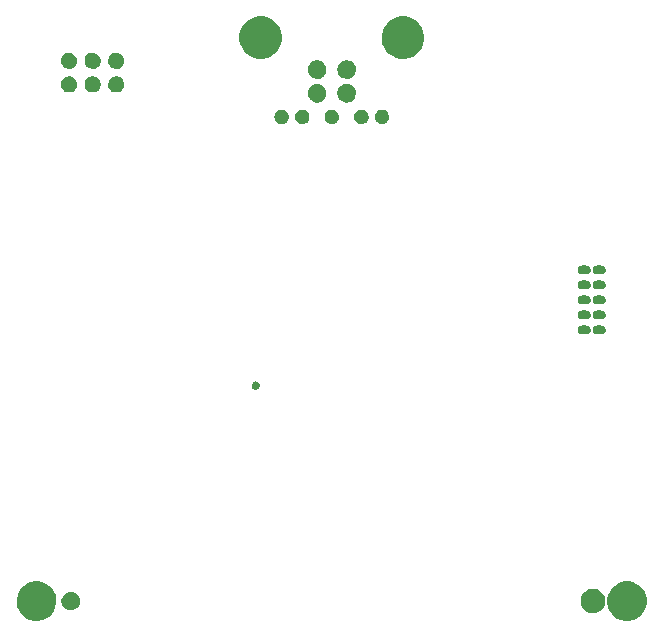
<source format=gbs>
G04 (created by PCBNEW (2013-07-07 BZR 4022)-stable) date 10/24/2013 12:22:47 AM*
%MOIN*%
G04 Gerber Fmt 3.4, Leading zero omitted, Abs format*
%FSLAX34Y34*%
G01*
G70*
G90*
G04 APERTURE LIST*
%ADD10C,0.00590551*%
G04 APERTURE END LIST*
G54D10*
G36*
X13652Y-31630D02*
X13650Y-31773D01*
X13620Y-31904D01*
X13570Y-32018D01*
X13492Y-32128D01*
X13402Y-32214D01*
X13289Y-32286D01*
X13172Y-32331D01*
X13040Y-32354D01*
X12915Y-32351D01*
X12784Y-32323D01*
X12670Y-32273D01*
X12560Y-32196D01*
X12473Y-32106D01*
X12400Y-31993D01*
X12355Y-31878D01*
X12330Y-31745D01*
X12332Y-31621D01*
X12360Y-31489D01*
X12409Y-31375D01*
X12485Y-31264D01*
X12574Y-31177D01*
X12687Y-31103D01*
X12802Y-31057D01*
X12934Y-31031D01*
X13058Y-31032D01*
X13190Y-31059D01*
X13305Y-31107D01*
X13417Y-31183D01*
X13504Y-31271D01*
X13579Y-31383D01*
X13626Y-31498D01*
X13652Y-31630D01*
X13652Y-31630D01*
G37*
G36*
X14345Y-13656D02*
X14344Y-13713D01*
X14331Y-13768D01*
X14311Y-13813D01*
X14278Y-13860D01*
X14243Y-13893D01*
X14195Y-13924D01*
X14150Y-13942D01*
X14093Y-13952D01*
X14044Y-13951D01*
X13988Y-13938D01*
X13944Y-13919D01*
X13896Y-13886D01*
X13863Y-13851D01*
X13832Y-13803D01*
X13814Y-13758D01*
X13803Y-13701D01*
X13804Y-13653D01*
X13816Y-13596D01*
X13835Y-13552D01*
X13868Y-13504D01*
X13902Y-13471D01*
X13951Y-13439D01*
X13995Y-13421D01*
X14052Y-13410D01*
X14100Y-13410D01*
X14157Y-13422D01*
X14201Y-13440D01*
X14250Y-13473D01*
X14283Y-13507D01*
X14315Y-13556D01*
X14333Y-13599D01*
X14345Y-13656D01*
X14345Y-13656D01*
G37*
G36*
X14345Y-14444D02*
X14344Y-14500D01*
X14331Y-14556D01*
X14311Y-14600D01*
X14278Y-14647D01*
X14243Y-14681D01*
X14195Y-14711D01*
X14150Y-14729D01*
X14093Y-14739D01*
X14044Y-14738D01*
X13988Y-14726D01*
X13944Y-14706D01*
X13896Y-14673D01*
X13863Y-14639D01*
X13832Y-14590D01*
X13814Y-14545D01*
X13803Y-14488D01*
X13804Y-14440D01*
X13816Y-14383D01*
X13835Y-14339D01*
X13868Y-14291D01*
X13902Y-14258D01*
X13951Y-14226D01*
X13995Y-14208D01*
X14052Y-14197D01*
X14100Y-14198D01*
X14157Y-14209D01*
X14201Y-14228D01*
X14250Y-14261D01*
X14283Y-14294D01*
X14315Y-14343D01*
X14333Y-14387D01*
X14345Y-14444D01*
X14345Y-14444D01*
G37*
G36*
X14444Y-31664D02*
X14443Y-31729D01*
X14428Y-31793D01*
X14405Y-31844D01*
X14368Y-31898D01*
X14327Y-31937D01*
X14272Y-31972D01*
X14219Y-31992D01*
X14155Y-32003D01*
X14099Y-32002D01*
X14035Y-31988D01*
X13983Y-31966D01*
X13929Y-31928D01*
X13891Y-31888D01*
X13855Y-31833D01*
X13834Y-31781D01*
X13822Y-31716D01*
X13823Y-31660D01*
X13837Y-31596D01*
X13859Y-31544D01*
X13896Y-31490D01*
X13936Y-31451D01*
X13991Y-31415D01*
X14043Y-31394D01*
X14108Y-31382D01*
X14163Y-31382D01*
X14228Y-31395D01*
X14279Y-31417D01*
X14334Y-31454D01*
X14373Y-31493D01*
X14410Y-31549D01*
X14431Y-31600D01*
X14444Y-31664D01*
X14444Y-31664D01*
G37*
G36*
X15132Y-13656D02*
X15131Y-13713D01*
X15119Y-13768D01*
X15099Y-13813D01*
X15066Y-13860D01*
X15031Y-13893D01*
X14982Y-13924D01*
X14937Y-13942D01*
X14880Y-13952D01*
X14832Y-13951D01*
X14776Y-13938D01*
X14731Y-13919D01*
X14684Y-13886D01*
X14650Y-13851D01*
X14619Y-13803D01*
X14601Y-13758D01*
X14591Y-13701D01*
X14592Y-13653D01*
X14604Y-13596D01*
X14622Y-13552D01*
X14655Y-13504D01*
X14689Y-13471D01*
X14738Y-13439D01*
X14782Y-13421D01*
X14840Y-13410D01*
X14887Y-13410D01*
X14945Y-13422D01*
X14988Y-13440D01*
X15037Y-13473D01*
X15070Y-13507D01*
X15103Y-13556D01*
X15121Y-13599D01*
X15132Y-13656D01*
X15132Y-13656D01*
G37*
G36*
X15132Y-14444D02*
X15131Y-14500D01*
X15119Y-14556D01*
X15099Y-14600D01*
X15066Y-14647D01*
X15031Y-14681D01*
X14982Y-14711D01*
X14937Y-14729D01*
X14880Y-14739D01*
X14832Y-14738D01*
X14776Y-14726D01*
X14731Y-14706D01*
X14684Y-14673D01*
X14650Y-14639D01*
X14619Y-14590D01*
X14601Y-14545D01*
X14591Y-14488D01*
X14592Y-14440D01*
X14604Y-14383D01*
X14622Y-14339D01*
X14655Y-14291D01*
X14689Y-14258D01*
X14738Y-14226D01*
X14782Y-14208D01*
X14840Y-14197D01*
X14887Y-14198D01*
X14945Y-14209D01*
X14988Y-14228D01*
X15037Y-14261D01*
X15070Y-14294D01*
X15103Y-14343D01*
X15121Y-14387D01*
X15132Y-14444D01*
X15132Y-14444D01*
G37*
G36*
X15920Y-13656D02*
X15919Y-13713D01*
X15906Y-13768D01*
X15886Y-13813D01*
X15853Y-13860D01*
X15818Y-13893D01*
X15770Y-13924D01*
X15724Y-13942D01*
X15668Y-13952D01*
X15619Y-13951D01*
X15563Y-13938D01*
X15519Y-13919D01*
X15471Y-13886D01*
X15438Y-13851D01*
X15406Y-13803D01*
X15389Y-13758D01*
X15378Y-13701D01*
X15379Y-13653D01*
X15391Y-13596D01*
X15410Y-13552D01*
X15443Y-13504D01*
X15477Y-13471D01*
X15526Y-13439D01*
X15570Y-13421D01*
X15627Y-13410D01*
X15675Y-13410D01*
X15732Y-13422D01*
X15776Y-13440D01*
X15824Y-13473D01*
X15858Y-13507D01*
X15890Y-13556D01*
X15908Y-13599D01*
X15920Y-13656D01*
X15920Y-13656D01*
G37*
G36*
X15920Y-14444D02*
X15919Y-14500D01*
X15906Y-14556D01*
X15886Y-14600D01*
X15853Y-14647D01*
X15818Y-14681D01*
X15770Y-14711D01*
X15724Y-14729D01*
X15668Y-14739D01*
X15619Y-14738D01*
X15563Y-14726D01*
X15519Y-14706D01*
X15471Y-14673D01*
X15438Y-14639D01*
X15406Y-14590D01*
X15389Y-14545D01*
X15378Y-14488D01*
X15379Y-14440D01*
X15391Y-14383D01*
X15410Y-14339D01*
X15443Y-14291D01*
X15477Y-14258D01*
X15526Y-14226D01*
X15570Y-14208D01*
X15627Y-14197D01*
X15675Y-14198D01*
X15732Y-14209D01*
X15776Y-14228D01*
X15824Y-14261D01*
X15858Y-14294D01*
X15890Y-14343D01*
X15908Y-14387D01*
X15920Y-14444D01*
X15920Y-14444D01*
G37*
G36*
X20430Y-24496D02*
X20430Y-24522D01*
X20423Y-24552D01*
X20414Y-24573D01*
X20396Y-24598D01*
X20380Y-24613D01*
X20354Y-24630D01*
X20334Y-24638D01*
X20303Y-24643D01*
X20281Y-24643D01*
X20251Y-24636D01*
X20231Y-24627D01*
X20205Y-24609D01*
X20190Y-24594D01*
X20173Y-24567D01*
X20165Y-24547D01*
X20159Y-24516D01*
X20159Y-24495D01*
X20166Y-24464D01*
X20174Y-24444D01*
X20192Y-24418D01*
X20208Y-24403D01*
X20234Y-24386D01*
X20254Y-24378D01*
X20285Y-24372D01*
X20306Y-24372D01*
X20338Y-24378D01*
X20357Y-24386D01*
X20384Y-24404D01*
X20398Y-24419D01*
X20416Y-24446D01*
X20424Y-24465D01*
X20430Y-24496D01*
X20430Y-24496D01*
G37*
G36*
X21175Y-12841D02*
X21172Y-12996D01*
X21141Y-13136D01*
X21086Y-13260D01*
X21003Y-13377D01*
X20905Y-13470D01*
X20784Y-13547D01*
X20658Y-13596D01*
X20517Y-13621D01*
X20382Y-13618D01*
X20241Y-13587D01*
X20118Y-13533D01*
X20000Y-13451D01*
X19906Y-13354D01*
X19828Y-13233D01*
X19779Y-13108D01*
X19753Y-12966D01*
X19755Y-12832D01*
X19785Y-12691D01*
X19837Y-12567D01*
X19919Y-12448D01*
X20015Y-12354D01*
X20136Y-12275D01*
X20260Y-12225D01*
X20402Y-12198D01*
X20536Y-12199D01*
X20678Y-12228D01*
X20801Y-12280D01*
X20921Y-12361D01*
X21015Y-12456D01*
X21096Y-12576D01*
X21146Y-12700D01*
X21175Y-12841D01*
X21175Y-12841D01*
G37*
G36*
X21401Y-15529D02*
X21401Y-15579D01*
X21389Y-15629D01*
X21372Y-15668D01*
X21342Y-15710D01*
X21311Y-15740D01*
X21268Y-15767D01*
X21228Y-15783D01*
X21177Y-15792D01*
X21135Y-15791D01*
X21084Y-15780D01*
X21045Y-15763D01*
X21003Y-15733D01*
X20973Y-15703D01*
X20945Y-15659D01*
X20930Y-15620D01*
X20920Y-15568D01*
X20921Y-15526D01*
X20932Y-15475D01*
X20948Y-15437D01*
X20978Y-15393D01*
X21008Y-15364D01*
X21051Y-15335D01*
X21090Y-15320D01*
X21142Y-15310D01*
X21183Y-15310D01*
X21235Y-15321D01*
X21273Y-15337D01*
X21317Y-15366D01*
X21346Y-15396D01*
X21375Y-15440D01*
X21391Y-15478D01*
X21401Y-15529D01*
X21401Y-15529D01*
G37*
G36*
X22090Y-15529D02*
X22090Y-15579D01*
X22078Y-15629D01*
X22061Y-15668D01*
X22031Y-15710D01*
X22000Y-15740D01*
X21957Y-15767D01*
X21917Y-15783D01*
X21866Y-15792D01*
X21824Y-15791D01*
X21773Y-15780D01*
X21734Y-15763D01*
X21692Y-15733D01*
X21662Y-15703D01*
X21634Y-15659D01*
X21619Y-15620D01*
X21609Y-15568D01*
X21610Y-15526D01*
X21621Y-15475D01*
X21637Y-15437D01*
X21667Y-15393D01*
X21697Y-15364D01*
X21740Y-15335D01*
X21779Y-15320D01*
X21831Y-15310D01*
X21872Y-15310D01*
X21924Y-15321D01*
X21962Y-15337D01*
X22006Y-15366D01*
X22035Y-15396D01*
X22064Y-15440D01*
X22080Y-15478D01*
X22090Y-15529D01*
X22090Y-15529D01*
G37*
G36*
X22652Y-13948D02*
X22652Y-14013D01*
X22637Y-14076D01*
X22614Y-14128D01*
X22577Y-14181D01*
X22536Y-14220D01*
X22481Y-14255D01*
X22428Y-14276D01*
X22364Y-14287D01*
X22307Y-14286D01*
X22243Y-14272D01*
X22192Y-14249D01*
X22138Y-14212D01*
X22099Y-14171D01*
X22064Y-14116D01*
X22043Y-14064D01*
X22031Y-13999D01*
X22032Y-13944D01*
X22046Y-13879D01*
X22068Y-13828D01*
X22105Y-13773D01*
X22145Y-13735D01*
X22200Y-13698D01*
X22251Y-13678D01*
X22316Y-13665D01*
X22372Y-13666D01*
X22437Y-13679D01*
X22488Y-13700D01*
X22543Y-13737D01*
X22582Y-13777D01*
X22619Y-13832D01*
X22640Y-13883D01*
X22652Y-13948D01*
X22652Y-13948D01*
G37*
G36*
X22652Y-14735D02*
X22652Y-14800D01*
X22637Y-14864D01*
X22614Y-14915D01*
X22577Y-14969D01*
X22536Y-15008D01*
X22481Y-15043D01*
X22428Y-15063D01*
X22364Y-15074D01*
X22307Y-15073D01*
X22243Y-15059D01*
X22192Y-15037D01*
X22138Y-14999D01*
X22099Y-14959D01*
X22064Y-14904D01*
X22043Y-14852D01*
X22031Y-14787D01*
X22032Y-14731D01*
X22046Y-14667D01*
X22068Y-14615D01*
X22105Y-14561D01*
X22145Y-14522D01*
X22200Y-14486D01*
X22251Y-14465D01*
X22316Y-14453D01*
X22372Y-14453D01*
X22437Y-14466D01*
X22488Y-14488D01*
X22543Y-14525D01*
X22582Y-14564D01*
X22619Y-14619D01*
X22640Y-14670D01*
X22652Y-14735D01*
X22652Y-14735D01*
G37*
G36*
X23075Y-15529D02*
X23074Y-15579D01*
X23063Y-15629D01*
X23045Y-15668D01*
X23015Y-15710D01*
X22985Y-15740D01*
X22941Y-15767D01*
X22901Y-15783D01*
X22850Y-15792D01*
X22808Y-15791D01*
X22757Y-15780D01*
X22718Y-15763D01*
X22676Y-15733D01*
X22646Y-15703D01*
X22618Y-15659D01*
X22603Y-15620D01*
X22593Y-15568D01*
X22594Y-15526D01*
X22605Y-15475D01*
X22621Y-15437D01*
X22651Y-15393D01*
X22681Y-15364D01*
X22725Y-15335D01*
X22763Y-15320D01*
X22815Y-15310D01*
X22857Y-15310D01*
X22908Y-15321D01*
X22947Y-15337D01*
X22990Y-15366D01*
X23019Y-15396D01*
X23049Y-15440D01*
X23064Y-15478D01*
X23075Y-15529D01*
X23075Y-15529D01*
G37*
G36*
X23637Y-13948D02*
X23636Y-14013D01*
X23621Y-14076D01*
X23598Y-14128D01*
X23561Y-14181D01*
X23520Y-14220D01*
X23465Y-14255D01*
X23412Y-14276D01*
X23348Y-14287D01*
X23292Y-14286D01*
X23228Y-14272D01*
X23176Y-14249D01*
X23122Y-14212D01*
X23083Y-14171D01*
X23048Y-14116D01*
X23027Y-14064D01*
X23015Y-13999D01*
X23016Y-13944D01*
X23030Y-13879D01*
X23052Y-13828D01*
X23089Y-13773D01*
X23129Y-13735D01*
X23184Y-13698D01*
X23236Y-13678D01*
X23301Y-13665D01*
X23356Y-13666D01*
X23421Y-13679D01*
X23472Y-13700D01*
X23527Y-13737D01*
X23566Y-13777D01*
X23603Y-13832D01*
X23624Y-13883D01*
X23637Y-13948D01*
X23637Y-13948D01*
G37*
G36*
X23637Y-14735D02*
X23636Y-14800D01*
X23621Y-14864D01*
X23598Y-14915D01*
X23561Y-14969D01*
X23520Y-15008D01*
X23465Y-15043D01*
X23412Y-15063D01*
X23348Y-15074D01*
X23292Y-15073D01*
X23228Y-15059D01*
X23176Y-15037D01*
X23122Y-14999D01*
X23083Y-14959D01*
X23048Y-14904D01*
X23027Y-14852D01*
X23015Y-14787D01*
X23016Y-14731D01*
X23030Y-14667D01*
X23052Y-14615D01*
X23089Y-14561D01*
X23129Y-14522D01*
X23184Y-14486D01*
X23236Y-14465D01*
X23301Y-14453D01*
X23356Y-14453D01*
X23421Y-14466D01*
X23472Y-14488D01*
X23527Y-14525D01*
X23566Y-14564D01*
X23603Y-14619D01*
X23624Y-14670D01*
X23637Y-14735D01*
X23637Y-14735D01*
G37*
G36*
X24059Y-15529D02*
X24058Y-15579D01*
X24047Y-15629D01*
X24029Y-15668D01*
X24000Y-15710D01*
X23969Y-15740D01*
X23925Y-15767D01*
X23886Y-15783D01*
X23835Y-15792D01*
X23792Y-15791D01*
X23742Y-15780D01*
X23703Y-15763D01*
X23660Y-15733D01*
X23631Y-15703D01*
X23603Y-15659D01*
X23587Y-15620D01*
X23578Y-15568D01*
X23578Y-15526D01*
X23589Y-15475D01*
X23606Y-15437D01*
X23635Y-15393D01*
X23665Y-15364D01*
X23709Y-15335D01*
X23748Y-15320D01*
X23799Y-15310D01*
X23841Y-15310D01*
X23892Y-15321D01*
X23931Y-15337D01*
X23974Y-15366D01*
X24004Y-15396D01*
X24033Y-15440D01*
X24049Y-15478D01*
X24059Y-15529D01*
X24059Y-15529D01*
G37*
G36*
X24748Y-15529D02*
X24747Y-15579D01*
X24736Y-15629D01*
X24718Y-15668D01*
X24689Y-15710D01*
X24658Y-15740D01*
X24614Y-15767D01*
X24574Y-15783D01*
X24524Y-15792D01*
X24481Y-15791D01*
X24431Y-15780D01*
X24392Y-15763D01*
X24349Y-15733D01*
X24320Y-15703D01*
X24292Y-15659D01*
X24276Y-15620D01*
X24267Y-15568D01*
X24267Y-15526D01*
X24278Y-15475D01*
X24295Y-15437D01*
X24324Y-15393D01*
X24354Y-15364D01*
X24398Y-15335D01*
X24437Y-15320D01*
X24488Y-15310D01*
X24530Y-15310D01*
X24581Y-15321D01*
X24620Y-15337D01*
X24663Y-15366D01*
X24693Y-15396D01*
X24722Y-15440D01*
X24738Y-15478D01*
X24748Y-15529D01*
X24748Y-15529D01*
G37*
G36*
X25915Y-12841D02*
X25913Y-12996D01*
X25881Y-13136D01*
X25826Y-13260D01*
X25743Y-13377D01*
X25645Y-13470D01*
X25524Y-13547D01*
X25398Y-13596D01*
X25257Y-13621D01*
X25122Y-13618D01*
X24981Y-13587D01*
X24858Y-13533D01*
X24740Y-13451D01*
X24646Y-13354D01*
X24568Y-13233D01*
X24519Y-13108D01*
X24493Y-12966D01*
X24495Y-12832D01*
X24525Y-12691D01*
X24578Y-12567D01*
X24659Y-12448D01*
X24755Y-12354D01*
X24876Y-12275D01*
X25000Y-12225D01*
X25142Y-12198D01*
X25276Y-12199D01*
X25418Y-12228D01*
X25541Y-12280D01*
X25661Y-12361D01*
X25756Y-12456D01*
X25836Y-12576D01*
X25887Y-12700D01*
X25915Y-12841D01*
X25915Y-12841D01*
G37*
G36*
X31469Y-20653D02*
X31466Y-20660D01*
X31464Y-20683D01*
X31455Y-20710D01*
X31441Y-20736D01*
X31423Y-20758D01*
X31401Y-20776D01*
X31376Y-20789D01*
X31348Y-20798D01*
X31313Y-20801D01*
X31178Y-20801D01*
X31175Y-20801D01*
X31170Y-20801D01*
X31170Y-20801D01*
X31141Y-20797D01*
X31141Y-20797D01*
X31141Y-20797D01*
X31114Y-20789D01*
X31088Y-20775D01*
X31067Y-20756D01*
X31048Y-20734D01*
X31035Y-20709D01*
X31027Y-20680D01*
X31024Y-20652D01*
X31027Y-20623D01*
X31036Y-20596D01*
X31050Y-20570D01*
X31068Y-20548D01*
X31090Y-20530D01*
X31116Y-20517D01*
X31143Y-20508D01*
X31178Y-20505D01*
X31313Y-20505D01*
X31316Y-20505D01*
X31321Y-20506D01*
X31321Y-20506D01*
X31350Y-20509D01*
X31350Y-20509D01*
X31350Y-20509D01*
X31377Y-20517D01*
X31403Y-20532D01*
X31424Y-20550D01*
X31443Y-20573D01*
X31456Y-20598D01*
X31464Y-20626D01*
X31466Y-20647D01*
X31469Y-20653D01*
X31469Y-20653D01*
G37*
G36*
X31469Y-21153D02*
X31466Y-21160D01*
X31464Y-21183D01*
X31455Y-21210D01*
X31441Y-21236D01*
X31423Y-21258D01*
X31401Y-21276D01*
X31376Y-21289D01*
X31348Y-21298D01*
X31313Y-21301D01*
X31178Y-21301D01*
X31175Y-21301D01*
X31170Y-21301D01*
X31170Y-21301D01*
X31141Y-21297D01*
X31141Y-21297D01*
X31141Y-21297D01*
X31114Y-21289D01*
X31088Y-21275D01*
X31067Y-21256D01*
X31048Y-21234D01*
X31035Y-21209D01*
X31027Y-21180D01*
X31024Y-21152D01*
X31027Y-21123D01*
X31036Y-21096D01*
X31050Y-21070D01*
X31068Y-21048D01*
X31090Y-21030D01*
X31116Y-21017D01*
X31143Y-21008D01*
X31178Y-21005D01*
X31313Y-21005D01*
X31316Y-21005D01*
X31321Y-21006D01*
X31321Y-21006D01*
X31350Y-21009D01*
X31350Y-21009D01*
X31350Y-21009D01*
X31377Y-21017D01*
X31403Y-21032D01*
X31424Y-21050D01*
X31443Y-21073D01*
X31456Y-21098D01*
X31464Y-21126D01*
X31466Y-21147D01*
X31469Y-21153D01*
X31469Y-21153D01*
G37*
G36*
X31469Y-21653D02*
X31466Y-21660D01*
X31464Y-21683D01*
X31455Y-21710D01*
X31441Y-21736D01*
X31423Y-21758D01*
X31401Y-21776D01*
X31376Y-21789D01*
X31348Y-21798D01*
X31313Y-21801D01*
X31178Y-21801D01*
X31175Y-21801D01*
X31170Y-21801D01*
X31170Y-21801D01*
X31141Y-21797D01*
X31141Y-21797D01*
X31141Y-21797D01*
X31114Y-21789D01*
X31088Y-21775D01*
X31067Y-21756D01*
X31048Y-21734D01*
X31035Y-21709D01*
X31027Y-21680D01*
X31024Y-21652D01*
X31027Y-21623D01*
X31036Y-21596D01*
X31050Y-21570D01*
X31068Y-21548D01*
X31090Y-21530D01*
X31116Y-21517D01*
X31143Y-21508D01*
X31178Y-21505D01*
X31313Y-21505D01*
X31316Y-21505D01*
X31321Y-21506D01*
X31321Y-21506D01*
X31350Y-21509D01*
X31350Y-21509D01*
X31350Y-21509D01*
X31377Y-21517D01*
X31403Y-21532D01*
X31424Y-21550D01*
X31443Y-21573D01*
X31456Y-21598D01*
X31464Y-21626D01*
X31466Y-21647D01*
X31469Y-21653D01*
X31469Y-21653D01*
G37*
G36*
X31469Y-22153D02*
X31466Y-22160D01*
X31464Y-22183D01*
X31455Y-22210D01*
X31441Y-22236D01*
X31423Y-22258D01*
X31401Y-22276D01*
X31376Y-22289D01*
X31348Y-22298D01*
X31313Y-22301D01*
X31178Y-22301D01*
X31175Y-22301D01*
X31170Y-22301D01*
X31170Y-22301D01*
X31141Y-22297D01*
X31141Y-22297D01*
X31141Y-22297D01*
X31114Y-22289D01*
X31088Y-22275D01*
X31067Y-22256D01*
X31048Y-22234D01*
X31035Y-22209D01*
X31027Y-22180D01*
X31024Y-22152D01*
X31027Y-22123D01*
X31036Y-22096D01*
X31050Y-22070D01*
X31068Y-22048D01*
X31090Y-22030D01*
X31116Y-22017D01*
X31143Y-22008D01*
X31178Y-22005D01*
X31313Y-22005D01*
X31316Y-22005D01*
X31321Y-22006D01*
X31321Y-22006D01*
X31350Y-22009D01*
X31350Y-22009D01*
X31350Y-22009D01*
X31377Y-22017D01*
X31403Y-22032D01*
X31424Y-22050D01*
X31443Y-22073D01*
X31456Y-22098D01*
X31464Y-22126D01*
X31466Y-22147D01*
X31469Y-22153D01*
X31469Y-22153D01*
G37*
G36*
X31469Y-22653D02*
X31466Y-22660D01*
X31464Y-22683D01*
X31455Y-22710D01*
X31441Y-22736D01*
X31423Y-22758D01*
X31401Y-22776D01*
X31376Y-22789D01*
X31348Y-22798D01*
X31313Y-22801D01*
X31178Y-22801D01*
X31175Y-22801D01*
X31170Y-22801D01*
X31170Y-22801D01*
X31141Y-22797D01*
X31141Y-22797D01*
X31141Y-22797D01*
X31114Y-22789D01*
X31088Y-22775D01*
X31067Y-22756D01*
X31048Y-22734D01*
X31035Y-22709D01*
X31027Y-22680D01*
X31024Y-22652D01*
X31027Y-22623D01*
X31036Y-22596D01*
X31050Y-22570D01*
X31068Y-22548D01*
X31090Y-22530D01*
X31116Y-22517D01*
X31143Y-22508D01*
X31178Y-22505D01*
X31313Y-22505D01*
X31316Y-22505D01*
X31321Y-22506D01*
X31321Y-22506D01*
X31350Y-22509D01*
X31350Y-22509D01*
X31350Y-22509D01*
X31377Y-22517D01*
X31403Y-22532D01*
X31424Y-22550D01*
X31443Y-22573D01*
X31456Y-22598D01*
X31464Y-22626D01*
X31466Y-22647D01*
X31469Y-22653D01*
X31469Y-22653D01*
G37*
G36*
X31945Y-31654D02*
X31944Y-31742D01*
X31925Y-31825D01*
X31894Y-31894D01*
X31846Y-31963D01*
X31790Y-32016D01*
X31719Y-32061D01*
X31648Y-32089D01*
X31564Y-32104D01*
X31488Y-32102D01*
X31405Y-32084D01*
X31336Y-32053D01*
X31266Y-32005D01*
X31213Y-31950D01*
X31167Y-31879D01*
X31139Y-31808D01*
X31124Y-31724D01*
X31125Y-31649D01*
X31143Y-31565D01*
X31172Y-31496D01*
X31221Y-31425D01*
X31275Y-31373D01*
X31346Y-31326D01*
X31416Y-31298D01*
X31500Y-31282D01*
X31575Y-31282D01*
X31660Y-31299D01*
X31729Y-31328D01*
X31800Y-31377D01*
X31853Y-31430D01*
X31900Y-31501D01*
X31929Y-31570D01*
X31945Y-31654D01*
X31945Y-31654D01*
G37*
G36*
X31967Y-20654D02*
X31964Y-20683D01*
X31955Y-20710D01*
X31941Y-20736D01*
X31923Y-20758D01*
X31901Y-20776D01*
X31876Y-20789D01*
X31848Y-20798D01*
X31813Y-20801D01*
X31678Y-20801D01*
X31675Y-20801D01*
X31670Y-20801D01*
X31670Y-20801D01*
X31641Y-20797D01*
X31641Y-20797D01*
X31641Y-20797D01*
X31614Y-20789D01*
X31588Y-20775D01*
X31567Y-20756D01*
X31548Y-20734D01*
X31535Y-20709D01*
X31527Y-20680D01*
X31525Y-20660D01*
X31522Y-20653D01*
X31525Y-20647D01*
X31527Y-20623D01*
X31536Y-20596D01*
X31550Y-20570D01*
X31568Y-20548D01*
X31590Y-20530D01*
X31616Y-20517D01*
X31643Y-20508D01*
X31678Y-20505D01*
X31813Y-20505D01*
X31816Y-20505D01*
X31821Y-20506D01*
X31821Y-20506D01*
X31850Y-20509D01*
X31850Y-20509D01*
X31850Y-20509D01*
X31877Y-20517D01*
X31903Y-20532D01*
X31924Y-20550D01*
X31943Y-20573D01*
X31956Y-20598D01*
X31964Y-20626D01*
X31967Y-20654D01*
X31967Y-20654D01*
G37*
G36*
X31967Y-21154D02*
X31964Y-21183D01*
X31955Y-21210D01*
X31941Y-21236D01*
X31923Y-21258D01*
X31901Y-21276D01*
X31876Y-21289D01*
X31848Y-21298D01*
X31813Y-21301D01*
X31678Y-21301D01*
X31675Y-21301D01*
X31670Y-21301D01*
X31670Y-21301D01*
X31641Y-21297D01*
X31641Y-21297D01*
X31641Y-21297D01*
X31614Y-21289D01*
X31588Y-21275D01*
X31567Y-21256D01*
X31548Y-21234D01*
X31535Y-21209D01*
X31527Y-21180D01*
X31525Y-21160D01*
X31522Y-21153D01*
X31525Y-21147D01*
X31527Y-21123D01*
X31536Y-21096D01*
X31550Y-21070D01*
X31568Y-21048D01*
X31590Y-21030D01*
X31616Y-21017D01*
X31643Y-21008D01*
X31678Y-21005D01*
X31813Y-21005D01*
X31816Y-21005D01*
X31821Y-21006D01*
X31821Y-21006D01*
X31850Y-21009D01*
X31850Y-21009D01*
X31850Y-21009D01*
X31877Y-21017D01*
X31903Y-21032D01*
X31924Y-21050D01*
X31943Y-21073D01*
X31956Y-21098D01*
X31964Y-21126D01*
X31967Y-21154D01*
X31967Y-21154D01*
G37*
G36*
X31967Y-21654D02*
X31964Y-21683D01*
X31955Y-21710D01*
X31941Y-21736D01*
X31923Y-21758D01*
X31901Y-21776D01*
X31876Y-21789D01*
X31848Y-21798D01*
X31813Y-21801D01*
X31678Y-21801D01*
X31675Y-21801D01*
X31670Y-21801D01*
X31670Y-21801D01*
X31641Y-21797D01*
X31641Y-21797D01*
X31641Y-21797D01*
X31614Y-21789D01*
X31588Y-21775D01*
X31567Y-21756D01*
X31548Y-21734D01*
X31535Y-21709D01*
X31527Y-21680D01*
X31525Y-21660D01*
X31522Y-21653D01*
X31525Y-21647D01*
X31527Y-21623D01*
X31536Y-21596D01*
X31550Y-21570D01*
X31568Y-21548D01*
X31590Y-21530D01*
X31616Y-21517D01*
X31643Y-21508D01*
X31678Y-21505D01*
X31813Y-21505D01*
X31816Y-21505D01*
X31821Y-21506D01*
X31821Y-21506D01*
X31850Y-21509D01*
X31850Y-21509D01*
X31850Y-21509D01*
X31877Y-21517D01*
X31903Y-21532D01*
X31924Y-21550D01*
X31943Y-21573D01*
X31956Y-21598D01*
X31964Y-21626D01*
X31967Y-21654D01*
X31967Y-21654D01*
G37*
G36*
X31967Y-22154D02*
X31964Y-22183D01*
X31955Y-22210D01*
X31941Y-22236D01*
X31923Y-22258D01*
X31901Y-22276D01*
X31876Y-22289D01*
X31848Y-22298D01*
X31813Y-22301D01*
X31678Y-22301D01*
X31675Y-22301D01*
X31670Y-22301D01*
X31670Y-22301D01*
X31641Y-22297D01*
X31641Y-22297D01*
X31641Y-22297D01*
X31614Y-22289D01*
X31588Y-22275D01*
X31567Y-22256D01*
X31548Y-22234D01*
X31535Y-22209D01*
X31527Y-22180D01*
X31525Y-22160D01*
X31522Y-22153D01*
X31525Y-22147D01*
X31527Y-22123D01*
X31536Y-22096D01*
X31550Y-22070D01*
X31568Y-22048D01*
X31590Y-22030D01*
X31616Y-22017D01*
X31643Y-22008D01*
X31678Y-22005D01*
X31813Y-22005D01*
X31816Y-22005D01*
X31821Y-22006D01*
X31821Y-22006D01*
X31850Y-22009D01*
X31850Y-22009D01*
X31850Y-22009D01*
X31877Y-22017D01*
X31903Y-22032D01*
X31924Y-22050D01*
X31943Y-22073D01*
X31956Y-22098D01*
X31964Y-22126D01*
X31967Y-22154D01*
X31967Y-22154D01*
G37*
G36*
X31967Y-22654D02*
X31964Y-22683D01*
X31955Y-22710D01*
X31941Y-22736D01*
X31923Y-22758D01*
X31901Y-22776D01*
X31876Y-22789D01*
X31848Y-22798D01*
X31813Y-22801D01*
X31678Y-22801D01*
X31675Y-22801D01*
X31670Y-22801D01*
X31670Y-22801D01*
X31641Y-22797D01*
X31641Y-22797D01*
X31641Y-22797D01*
X31614Y-22789D01*
X31588Y-22775D01*
X31567Y-22756D01*
X31548Y-22734D01*
X31535Y-22709D01*
X31527Y-22680D01*
X31525Y-22660D01*
X31522Y-22653D01*
X31525Y-22647D01*
X31527Y-22623D01*
X31536Y-22596D01*
X31550Y-22570D01*
X31568Y-22548D01*
X31590Y-22530D01*
X31616Y-22517D01*
X31643Y-22508D01*
X31678Y-22505D01*
X31813Y-22505D01*
X31816Y-22505D01*
X31821Y-22506D01*
X31821Y-22506D01*
X31850Y-22509D01*
X31850Y-22509D01*
X31850Y-22509D01*
X31877Y-22517D01*
X31903Y-22532D01*
X31924Y-22550D01*
X31943Y-22573D01*
X31956Y-22598D01*
X31964Y-22626D01*
X31967Y-22654D01*
X31967Y-22654D01*
G37*
G36*
X33337Y-31630D02*
X33335Y-31773D01*
X33305Y-31904D01*
X33255Y-32018D01*
X33177Y-32128D01*
X33087Y-32214D01*
X32974Y-32286D01*
X32857Y-32331D01*
X32725Y-32354D01*
X32600Y-32351D01*
X32469Y-32323D01*
X32355Y-32273D01*
X32245Y-32196D01*
X32158Y-32106D01*
X32085Y-31993D01*
X32040Y-31878D01*
X32015Y-31745D01*
X32017Y-31621D01*
X32045Y-31489D01*
X32094Y-31375D01*
X32170Y-31264D01*
X32259Y-31177D01*
X32372Y-31103D01*
X32487Y-31057D01*
X32619Y-31031D01*
X32743Y-31032D01*
X32876Y-31059D01*
X32990Y-31107D01*
X33102Y-31183D01*
X33189Y-31271D01*
X33264Y-31383D01*
X33311Y-31498D01*
X33337Y-31630D01*
X33337Y-31630D01*
G37*
M02*

</source>
